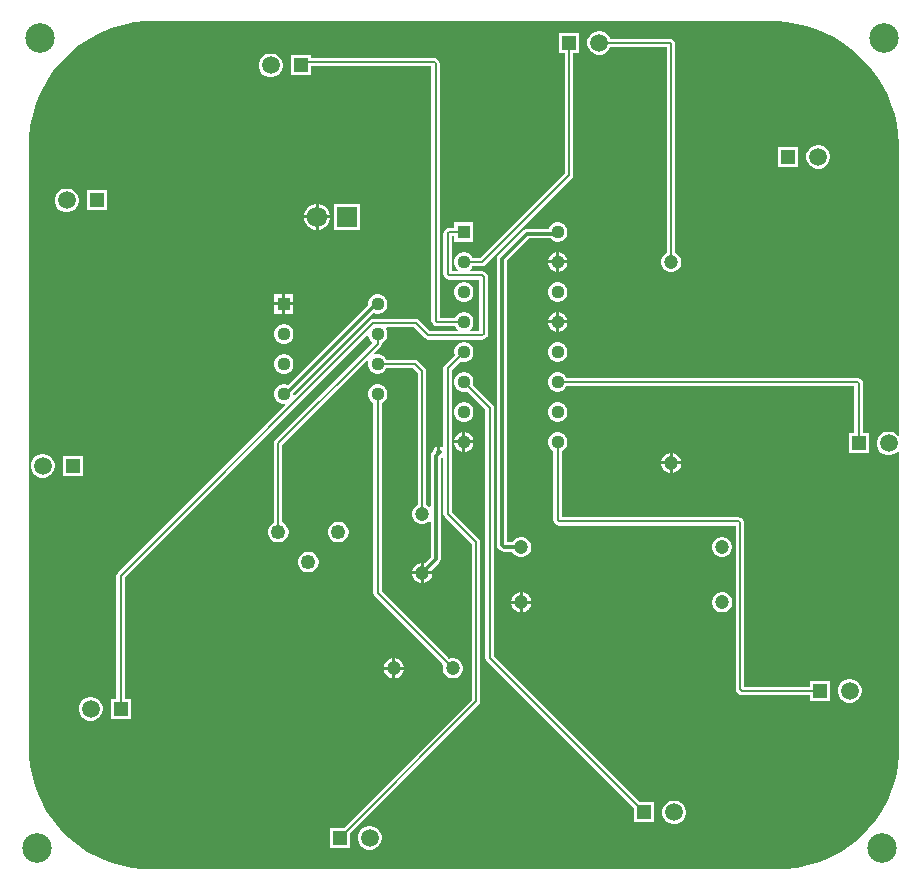
<source format=gbl>
G04*
G04 #@! TF.GenerationSoftware,Altium Limited,Altium Designer,23.1.1 (15)*
G04*
G04 Layer_Physical_Order=2*
G04 Layer_Color=16711680*
%FSLAX44Y44*%
%MOMM*%
G71*
G04*
G04 #@! TF.SameCoordinates,17E3469B-790B-4AC7-9BA7-D2CD019F83CE*
G04*
G04*
G04 #@! TF.FilePolarity,Positive*
G04*
G01*
G75*
%ADD11C,0.2000*%
%ADD25C,0.3000*%
%ADD26C,1.2000*%
%ADD27C,1.5000*%
%ADD28R,1.2000X1.2000*%
%ADD29R,1.1300X1.1300*%
%ADD30C,1.1300*%
%ADD31R,1.7250X1.7250*%
%ADD32C,1.7250*%
%ADD33C,1.2500*%
%ADD34C,2.5000*%
%ADD35C,0.5000*%
G36*
X115062Y712978D02*
X639318Y712978D01*
X639318Y712978D01*
X639318Y712978D01*
X643559Y712978D01*
X652016Y712312D01*
X660394Y710985D01*
X668643Y709005D01*
X676710Y706384D01*
X684547Y703138D01*
X692105Y699287D01*
X699338Y694855D01*
X706201Y689868D01*
X712651Y684359D01*
X718649Y678361D01*
X724158Y671911D01*
X729145Y665048D01*
X733577Y657815D01*
X737428Y650257D01*
X740674Y642420D01*
X743295Y634353D01*
X745275Y626104D01*
X746602Y617726D01*
X747268Y609269D01*
X747268Y605028D01*
Y362648D01*
X745998Y362122D01*
X744518Y363602D01*
X742238Y364919D01*
X739695Y365600D01*
X737061D01*
X734518Y364919D01*
X732238Y363602D01*
X730376Y361740D01*
X729060Y359460D01*
X728378Y356917D01*
Y354283D01*
X729060Y351740D01*
X730376Y349460D01*
X732238Y347598D01*
X734518Y346282D01*
X737061Y345600D01*
X739695D01*
X742238Y346282D01*
X744518Y347598D01*
X745998Y349078D01*
X747268Y348552D01*
Y97028D01*
X747268Y97028D01*
X747268Y92037D01*
X746289Y82102D01*
X744342Y72311D01*
X741444Y62759D01*
X737624Y53536D01*
X732918Y44732D01*
X727372Y36432D01*
X721039Y28715D01*
X713981Y21656D01*
X706264Y15324D01*
X697964Y9778D01*
X689160Y5072D01*
X679937Y1252D01*
X670385Y-1646D01*
X660594Y-3594D01*
X650659Y-4572D01*
X645668D01*
X112268Y-4572D01*
X107276Y-4572D01*
X97342Y-3593D01*
X87551Y-1646D01*
X77998Y1252D01*
X68776Y5072D01*
X59972Y9778D01*
X51672Y15324D01*
X43955Y21657D01*
X36896Y28715D01*
X30563Y36432D01*
X25017Y44732D01*
X20312Y53536D01*
X16492Y62759D01*
X13594Y72312D01*
X11646Y82102D01*
X10668Y92037D01*
X10668Y97028D01*
Y608584D01*
X10668Y613712D01*
X11673Y623920D01*
X13674Y633980D01*
X16652Y643796D01*
X20577Y653272D01*
X25412Y662318D01*
X31110Y670847D01*
X37617Y678775D01*
X44870Y686028D01*
X52799Y692535D01*
X61328Y698234D01*
X70374Y703069D01*
X79850Y706994D01*
X89665Y709972D01*
X99726Y711973D01*
X109933Y712978D01*
X115062Y712978D01*
D02*
G37*
%LPC*%
G36*
X216455Y685640D02*
X213822D01*
X211278Y684958D01*
X208998Y683642D01*
X207136Y681780D01*
X205819Y679500D01*
X205138Y676956D01*
Y674324D01*
X205819Y671780D01*
X207136Y669500D01*
X208998Y667638D01*
X211278Y666321D01*
X213822Y665640D01*
X216455D01*
X218998Y666321D01*
X221278Y667638D01*
X223140Y669500D01*
X224457Y671780D01*
X225138Y674324D01*
Y676956D01*
X224457Y679500D01*
X223140Y681780D01*
X221278Y683642D01*
X218998Y684958D01*
X216455Y685640D01*
D02*
G37*
G36*
X661788Y606670D02*
X644788D01*
Y589670D01*
X661788D01*
Y606670D01*
D02*
G37*
G36*
X680005Y608170D02*
X677372D01*
X674828Y607489D01*
X672548Y606172D01*
X670686Y604310D01*
X669370Y602030D01*
X668688Y599487D01*
Y596853D01*
X669370Y594310D01*
X670686Y592030D01*
X672548Y590168D01*
X674828Y588852D01*
X677372Y588170D01*
X680005D01*
X682548Y588852D01*
X684828Y590168D01*
X686690Y592030D01*
X688007Y594310D01*
X688688Y596853D01*
Y599487D01*
X688007Y602030D01*
X686690Y604310D01*
X684828Y606172D01*
X682548Y607489D01*
X680005Y608170D01*
D02*
G37*
G36*
X76318Y569840D02*
X59318D01*
Y552840D01*
X76318D01*
Y569840D01*
D02*
G37*
G36*
X43734Y571340D02*
X41101D01*
X38558Y570658D01*
X36278Y569342D01*
X34416Y567480D01*
X33100Y565200D01*
X32418Y562657D01*
Y560023D01*
X33100Y557480D01*
X34416Y555200D01*
X36278Y553338D01*
X38558Y552021D01*
X41101Y551340D01*
X43734D01*
X46278Y552021D01*
X48558Y553338D01*
X50420Y555200D01*
X51736Y557480D01*
X52418Y560023D01*
Y562657D01*
X51736Y565200D01*
X50420Y567480D01*
X48558Y569342D01*
X46278Y570658D01*
X43734Y571340D01*
D02*
G37*
G36*
X255978Y558535D02*
X255778D01*
Y548640D01*
X265673D01*
Y548840D01*
X264912Y551679D01*
X263442Y554226D01*
X261364Y556304D01*
X258818Y557774D01*
X255978Y558535D01*
D02*
G37*
G36*
X253238D02*
X253038D01*
X250198Y557774D01*
X247652Y556304D01*
X245574Y554226D01*
X244104Y551679D01*
X243343Y548840D01*
Y548640D01*
X253238D01*
Y558535D01*
D02*
G37*
G36*
X291033Y558495D02*
X268783D01*
Y536245D01*
X291033D01*
Y558495D01*
D02*
G37*
G36*
X265673Y546100D02*
X255778D01*
Y536205D01*
X255978D01*
X258818Y536966D01*
X261364Y538436D01*
X263442Y540514D01*
X264912Y543060D01*
X265673Y545900D01*
Y546100D01*
D02*
G37*
G36*
X253238D02*
X243343D01*
Y545900D01*
X244104Y543060D01*
X245574Y540514D01*
X247652Y538436D01*
X250198Y536966D01*
X253038Y536205D01*
X253238D01*
Y546100D01*
D02*
G37*
G36*
X459111Y542820D02*
X456965D01*
X454892Y542265D01*
X453034Y541192D01*
X451516Y539674D01*
X450443Y537816D01*
X450299Y537276D01*
X432106D01*
X430545Y536966D01*
X429222Y536082D01*
X429222Y536082D01*
X407834Y514694D01*
X406950Y513371D01*
X406640Y511810D01*
X406640Y511810D01*
Y269727D01*
X406640Y269727D01*
X406950Y268167D01*
X407834Y266843D01*
X409591Y265086D01*
X409591Y265086D01*
X410915Y264202D01*
X412475Y263892D01*
X412476Y263892D01*
X419768D01*
X420426Y262751D01*
X422009Y261168D01*
X423947Y260049D01*
X426109Y259470D01*
X428347D01*
X430509Y260049D01*
X432447Y261168D01*
X434030Y262751D01*
X435149Y264689D01*
X435728Y266851D01*
Y269089D01*
X435149Y271251D01*
X434030Y273189D01*
X432447Y274772D01*
X430509Y275891D01*
X428347Y276470D01*
X426109D01*
X423947Y275891D01*
X422009Y274772D01*
X420426Y273189D01*
X419768Y272048D01*
X414796D01*
Y510121D01*
X433795Y529119D01*
X452063D01*
X453034Y528148D01*
X454892Y527075D01*
X456965Y526520D01*
X459111D01*
X461184Y527075D01*
X463042Y528148D01*
X464560Y529666D01*
X465633Y531524D01*
X466188Y533597D01*
Y535743D01*
X465633Y537816D01*
X464560Y539674D01*
X463042Y541192D01*
X461184Y542265D01*
X459111Y542820D01*
D02*
G37*
G36*
X476368Y703190D02*
X459368D01*
Y686190D01*
X464299D01*
Y584408D01*
X392730Y512839D01*
X385989D01*
X385160Y514274D01*
X383642Y515792D01*
X381784Y516865D01*
X379711Y517420D01*
X377565D01*
X375492Y516865D01*
X373634Y515792D01*
X372116Y514274D01*
X371043Y512416D01*
X370488Y510343D01*
Y508197D01*
X371043Y506124D01*
X372116Y504266D01*
X373634Y502748D01*
X373755Y502679D01*
X373414Y501409D01*
X368567D01*
Y531101D01*
X370488D01*
Y526520D01*
X386788D01*
Y542820D01*
X370488D01*
Y538239D01*
X366170D01*
X364804Y537967D01*
X363646Y537193D01*
X362475Y536022D01*
X361701Y534864D01*
X361429Y533498D01*
Y499012D01*
X361701Y497646D01*
X362475Y496488D01*
X363646Y495317D01*
X364804Y494543D01*
X366170Y494271D01*
X391909D01*
Y450608D01*
X383862D01*
X383521Y451879D01*
X383642Y451948D01*
X385160Y453466D01*
X386233Y455324D01*
X386788Y457397D01*
Y459543D01*
X386233Y461616D01*
X385160Y463474D01*
X383642Y464992D01*
X381784Y466065D01*
X379711Y466620D01*
X377565D01*
X375492Y466065D01*
X373634Y464992D01*
X372116Y463474D01*
X371287Y462039D01*
X358239D01*
Y677355D01*
X357967Y678721D01*
X357194Y679878D01*
X356022Y681050D01*
X354865Y681824D01*
X353499Y682095D01*
X249038D01*
Y684140D01*
X232038D01*
Y667140D01*
X249038D01*
Y674958D01*
X351102D01*
Y459642D01*
X351373Y458276D01*
X352147Y457118D01*
X353319Y455947D01*
X354476Y455173D01*
X355842Y454901D01*
X371287D01*
X372116Y453466D01*
X373634Y451948D01*
X373755Y451879D01*
X373414Y450608D01*
X349966D01*
X340591Y459983D01*
X339434Y460757D01*
X338068Y461029D01*
X301848D01*
X300482Y460757D01*
X299325Y459983D01*
X235573Y396232D01*
X234388Y396843D01*
Y398292D01*
X302314Y466218D01*
X302492Y466115D01*
X304565Y465560D01*
X306711D01*
X308784Y466115D01*
X310642Y467188D01*
X312160Y468706D01*
X313233Y470564D01*
X313788Y472637D01*
Y474783D01*
X313233Y476856D01*
X312160Y478714D01*
X310642Y480232D01*
X308784Y481305D01*
X306711Y481860D01*
X304565D01*
X302492Y481305D01*
X300634Y480232D01*
X299116Y478714D01*
X298043Y476856D01*
X297488Y474783D01*
Y472928D01*
X229562Y405002D01*
X229384Y405105D01*
X227311Y405660D01*
X225165D01*
X223092Y405105D01*
X221234Y404032D01*
X219716Y402514D01*
X218643Y400656D01*
X218088Y398583D01*
Y396437D01*
X218643Y394364D01*
X219716Y392506D01*
X221234Y390988D01*
X223092Y389915D01*
X225165Y389360D01*
X226905D01*
X227516Y388175D01*
X85615Y246273D01*
X84841Y245116D01*
X84569Y243750D01*
Y139310D01*
X79638D01*
Y122310D01*
X96638D01*
Y139310D01*
X91707D01*
Y242272D01*
X296278Y446844D01*
X297695Y446464D01*
X298043Y445164D01*
X299116Y443306D01*
X300634Y441788D01*
X300996Y441579D01*
X301161Y440320D01*
X218965Y358123D01*
X218191Y356966D01*
X217919Y355600D01*
Y288713D01*
X216115Y287672D01*
X214486Y286043D01*
X213334Y284047D01*
X212738Y281822D01*
Y279518D01*
X213334Y277293D01*
X214486Y275297D01*
X216115Y273668D01*
X218111Y272516D01*
X220336Y271920D01*
X222640D01*
X224865Y272516D01*
X226861Y273668D01*
X228490Y275297D01*
X229642Y277293D01*
X230238Y279518D01*
Y281822D01*
X229642Y284047D01*
X228490Y286043D01*
X226861Y287672D01*
X225057Y288713D01*
Y354122D01*
X296633Y425698D01*
X297771Y425041D01*
X297488Y423983D01*
Y421837D01*
X298043Y419764D01*
X299116Y417906D01*
X300634Y416388D01*
X302492Y415315D01*
X304565Y414760D01*
X306711D01*
X308784Y415315D01*
X310642Y416388D01*
X312160Y417906D01*
X312988Y419341D01*
X335580D01*
X339839Y415082D01*
Y303665D01*
X338189Y302712D01*
X336606Y301129D01*
X335487Y299191D01*
X334908Y297029D01*
Y294791D01*
X335487Y292629D01*
X336606Y290691D01*
X338189Y289108D01*
X340127Y287989D01*
X342289Y287410D01*
X344527D01*
X346689Y287989D01*
X348627Y289108D01*
X349490Y289971D01*
X350760Y289445D01*
Y259029D01*
X345832Y254102D01*
X344678Y254411D01*
Y247180D01*
X351909D01*
X351600Y248334D01*
X357722Y254456D01*
X358606Y255779D01*
X358916Y257340D01*
Y343162D01*
X360233Y343707D01*
X360246Y343721D01*
X361419Y343234D01*
Y295929D01*
X361691Y294564D01*
X362465Y293406D01*
X385559Y270311D01*
Y138638D01*
X277011Y30090D01*
X265058D01*
Y13090D01*
X282058D01*
Y25043D01*
X391651Y134637D01*
X392425Y135794D01*
X392697Y137160D01*
Y271789D01*
X392425Y273155D01*
X391651Y274313D01*
X368557Y297407D01*
Y417942D01*
X375964Y425349D01*
X377565Y424920D01*
X379711D01*
X381784Y425475D01*
X383642Y426548D01*
X385160Y428066D01*
X386233Y429924D01*
X386788Y431997D01*
Y434143D01*
X386233Y436216D01*
X385160Y438074D01*
X383642Y439592D01*
X381784Y440665D01*
X379711Y441220D01*
X377565D01*
X375492Y440665D01*
X373634Y439592D01*
X372116Y438074D01*
X371043Y436216D01*
X370488Y434143D01*
Y431997D01*
X370917Y430396D01*
X362465Y421943D01*
X361691Y420786D01*
X361419Y419420D01*
Y352725D01*
X360246Y352239D01*
X360233Y352253D01*
X358648Y352909D01*
Y347980D01*
X356108D01*
Y352909D01*
X354523Y352253D01*
X353105Y350835D01*
X352338Y348983D01*
Y348490D01*
X351954Y348106D01*
X351070Y346783D01*
X350760Y345223D01*
X350760Y345223D01*
Y302375D01*
X349490Y301849D01*
X348627Y302712D01*
X346977Y303665D01*
Y416560D01*
X346705Y417926D01*
X345931Y419083D01*
X339581Y425433D01*
X338424Y426207D01*
X337058Y426479D01*
X312988D01*
X312160Y427914D01*
X310642Y429432D01*
X308784Y430505D01*
X306711Y431060D01*
X304565D01*
X303507Y430777D01*
X302850Y431915D01*
X308161Y437227D01*
X308935Y438384D01*
X309207Y439750D01*
Y440960D01*
X310642Y441788D01*
X312160Y443306D01*
X313233Y445164D01*
X313788Y447237D01*
Y449383D01*
X313233Y451456D01*
X312560Y452621D01*
X313293Y453891D01*
X336590D01*
X345965Y444517D01*
X347122Y443743D01*
X348488Y443471D01*
X394306D01*
X395672Y443743D01*
X396830Y444517D01*
X398001Y445688D01*
X398775Y446846D01*
X399047Y448212D01*
Y496668D01*
X398775Y498034D01*
X398001Y499192D01*
X396830Y500363D01*
X395672Y501137D01*
X394306Y501409D01*
X383862D01*
X383521Y502679D01*
X383642Y502748D01*
X385160Y504266D01*
X385989Y505701D01*
X394208D01*
X395574Y505973D01*
X396731Y506747D01*
X470391Y580407D01*
X471165Y581564D01*
X471437Y582930D01*
Y686190D01*
X476368D01*
Y703190D01*
D02*
G37*
G36*
X459308Y517409D02*
Y510540D01*
X466177D01*
X465670Y512431D01*
X464592Y514299D01*
X463067Y515824D01*
X461199Y516902D01*
X459308Y517409D01*
D02*
G37*
G36*
X456768D02*
X454877Y516902D01*
X453009Y515824D01*
X451484Y514299D01*
X450406Y512431D01*
X449899Y510540D01*
X456768D01*
Y517409D01*
D02*
G37*
G36*
X466177Y508000D02*
X459308D01*
Y501131D01*
X461199Y501638D01*
X463067Y502716D01*
X464592Y504241D01*
X465670Y506109D01*
X466177Y508000D01*
D02*
G37*
G36*
X456768D02*
X449899D01*
X450406Y506109D01*
X451484Y504241D01*
X453009Y502716D01*
X454877Y501638D01*
X456768Y501131D01*
Y508000D01*
D02*
G37*
G36*
X494585Y704690D02*
X491951D01*
X489408Y704008D01*
X487128Y702692D01*
X485266Y700830D01*
X483950Y698550D01*
X483268Y696006D01*
Y693373D01*
X483950Y690830D01*
X485266Y688550D01*
X487128Y686688D01*
X489408Y685371D01*
X491951Y684690D01*
X494585D01*
X497128Y685371D01*
X499408Y686688D01*
X501270Y688550D01*
X502587Y690830D01*
X502665Y691121D01*
X550659D01*
Y516845D01*
X549009Y515892D01*
X547426Y514309D01*
X546307Y512371D01*
X545728Y510209D01*
Y507971D01*
X546307Y505809D01*
X547426Y503871D01*
X549009Y502288D01*
X550947Y501169D01*
X553109Y500590D01*
X555347D01*
X557509Y501169D01*
X559447Y502288D01*
X561030Y503871D01*
X562149Y505809D01*
X562728Y507971D01*
Y510209D01*
X562149Y512371D01*
X561030Y514309D01*
X559447Y515892D01*
X557797Y516845D01*
Y693518D01*
X557525Y694884D01*
X556751Y696042D01*
X555580Y697213D01*
X554422Y697987D01*
X553056Y698259D01*
X502665D01*
X502587Y698550D01*
X501270Y700830D01*
X499408Y702692D01*
X497128Y704008D01*
X494585Y704690D01*
D02*
G37*
G36*
X459111Y492020D02*
X456965D01*
X454892Y491465D01*
X453034Y490392D01*
X451516Y488874D01*
X450443Y487016D01*
X449888Y484943D01*
Y482797D01*
X450443Y480724D01*
X451516Y478866D01*
X453034Y477348D01*
X454892Y476275D01*
X456965Y475720D01*
X459111D01*
X461184Y476275D01*
X463042Y477348D01*
X464560Y478866D01*
X465633Y480724D01*
X466188Y482797D01*
Y484943D01*
X465633Y487016D01*
X464560Y488874D01*
X463042Y490392D01*
X461184Y491465D01*
X459111Y492020D01*
D02*
G37*
G36*
X379711D02*
X377565D01*
X375492Y491465D01*
X373634Y490392D01*
X372116Y488874D01*
X371043Y487016D01*
X370488Y484943D01*
Y482797D01*
X371043Y480724D01*
X372116Y478866D01*
X373634Y477348D01*
X375492Y476275D01*
X377565Y475720D01*
X379711D01*
X381784Y476275D01*
X383642Y477348D01*
X385160Y478866D01*
X386233Y480724D01*
X386788Y482797D01*
Y484943D01*
X386233Y487016D01*
X385160Y488874D01*
X383642Y490392D01*
X381784Y491465D01*
X379711Y492020D01*
D02*
G37*
G36*
X234428Y481900D02*
X227508D01*
Y474980D01*
X234428D01*
Y481900D01*
D02*
G37*
G36*
X224968D02*
X218048D01*
Y474980D01*
X224968D01*
Y481900D01*
D02*
G37*
G36*
X234428Y472440D02*
X227508D01*
Y465520D01*
X234428D01*
Y472440D01*
D02*
G37*
G36*
X224968D02*
X218048D01*
Y465520D01*
X224968D01*
Y472440D01*
D02*
G37*
G36*
X459308Y466609D02*
Y459740D01*
X466177D01*
X465670Y461631D01*
X464592Y463499D01*
X463067Y465024D01*
X461199Y466102D01*
X459308Y466609D01*
D02*
G37*
G36*
X456768D02*
X454877Y466102D01*
X453009Y465024D01*
X451484Y463499D01*
X450406Y461631D01*
X449899Y459740D01*
X456768D01*
Y466609D01*
D02*
G37*
G36*
X466177Y457200D02*
X459308D01*
Y450331D01*
X461199Y450838D01*
X463067Y451916D01*
X464592Y453441D01*
X465670Y455309D01*
X466177Y457200D01*
D02*
G37*
G36*
X456768D02*
X449899D01*
X450406Y455309D01*
X451484Y453441D01*
X453009Y451916D01*
X454877Y450838D01*
X456768Y450331D01*
Y457200D01*
D02*
G37*
G36*
X227311Y456460D02*
X225165D01*
X223092Y455905D01*
X221234Y454832D01*
X219716Y453314D01*
X218643Y451456D01*
X218088Y449383D01*
Y447237D01*
X218643Y445164D01*
X219716Y443306D01*
X221234Y441788D01*
X223092Y440715D01*
X225165Y440160D01*
X227311D01*
X229384Y440715D01*
X231242Y441788D01*
X232760Y443306D01*
X233833Y445164D01*
X234388Y447237D01*
Y449383D01*
X233833Y451456D01*
X232760Y453314D01*
X231242Y454832D01*
X229384Y455905D01*
X227311Y456460D01*
D02*
G37*
G36*
X459111Y441220D02*
X456965D01*
X454892Y440665D01*
X453034Y439592D01*
X451516Y438074D01*
X450443Y436216D01*
X449888Y434143D01*
Y431997D01*
X450443Y429924D01*
X451516Y428066D01*
X453034Y426548D01*
X454892Y425475D01*
X456965Y424920D01*
X459111D01*
X461184Y425475D01*
X463042Y426548D01*
X464560Y428066D01*
X465633Y429924D01*
X466188Y431997D01*
Y434143D01*
X465633Y436216D01*
X464560Y438074D01*
X463042Y439592D01*
X461184Y440665D01*
X459111Y441220D01*
D02*
G37*
G36*
X227311Y431060D02*
X225165D01*
X223092Y430505D01*
X221234Y429432D01*
X219716Y427914D01*
X218643Y426056D01*
X218088Y423983D01*
Y421837D01*
X218643Y419764D01*
X219716Y417906D01*
X221234Y416388D01*
X223092Y415315D01*
X225165Y414760D01*
X227311D01*
X229384Y415315D01*
X231242Y416388D01*
X232760Y417906D01*
X233833Y419764D01*
X234388Y421837D01*
Y423983D01*
X233833Y426056D01*
X232760Y427914D01*
X231242Y429432D01*
X229384Y430505D01*
X227311Y431060D01*
D02*
G37*
G36*
X459111Y390420D02*
X456965D01*
X454892Y389865D01*
X453034Y388792D01*
X451516Y387274D01*
X450443Y385416D01*
X449888Y383343D01*
Y381197D01*
X450443Y379124D01*
X451516Y377266D01*
X453034Y375748D01*
X454892Y374675D01*
X456965Y374120D01*
X459111D01*
X461184Y374675D01*
X463042Y375748D01*
X464560Y377266D01*
X465633Y379124D01*
X466188Y381197D01*
Y383343D01*
X465633Y385416D01*
X464560Y387274D01*
X463042Y388792D01*
X461184Y389865D01*
X459111Y390420D01*
D02*
G37*
G36*
X379711D02*
X377565D01*
X375492Y389865D01*
X373634Y388792D01*
X372116Y387274D01*
X371043Y385416D01*
X370488Y383343D01*
Y381197D01*
X371043Y379124D01*
X372116Y377266D01*
X373634Y375748D01*
X375492Y374675D01*
X377565Y374120D01*
X379711D01*
X381784Y374675D01*
X383642Y375748D01*
X385160Y377266D01*
X386233Y379124D01*
X386788Y381197D01*
Y383343D01*
X386233Y385416D01*
X385160Y387274D01*
X383642Y388792D01*
X381784Y389865D01*
X379711Y390420D01*
D02*
G37*
G36*
X379908Y365009D02*
Y358140D01*
X386777D01*
X386270Y360031D01*
X385192Y361899D01*
X383667Y363424D01*
X381799Y364502D01*
X379908Y365009D01*
D02*
G37*
G36*
X377368D02*
X375477Y364502D01*
X373609Y363424D01*
X372084Y361899D01*
X371006Y360031D01*
X370499Y358140D01*
X377368D01*
Y365009D01*
D02*
G37*
G36*
X386777Y355600D02*
X379908D01*
Y348731D01*
X381799Y349238D01*
X383667Y350316D01*
X385192Y351841D01*
X386270Y353709D01*
X386777Y355600D01*
D02*
G37*
G36*
X377368D02*
X370499D01*
X371006Y353709D01*
X372084Y351841D01*
X373609Y350316D01*
X375477Y349238D01*
X377368Y348731D01*
Y355600D01*
D02*
G37*
G36*
X459111Y415820D02*
X456965D01*
X454892Y415265D01*
X453034Y414192D01*
X451516Y412674D01*
X450443Y410816D01*
X449888Y408743D01*
Y406597D01*
X450443Y404524D01*
X451516Y402666D01*
X453034Y401148D01*
X454892Y400075D01*
X456965Y399520D01*
X459111D01*
X461184Y400075D01*
X463042Y401148D01*
X464560Y402666D01*
X465388Y404101D01*
X709409D01*
Y364100D01*
X704478D01*
Y347100D01*
X721478D01*
Y364100D01*
X716547D01*
Y406498D01*
X716275Y407864D01*
X715501Y409022D01*
X714330Y410193D01*
X713172Y410967D01*
X711806Y411239D01*
X465388D01*
X464560Y412674D01*
X463042Y414192D01*
X461184Y415265D01*
X459111Y415820D01*
D02*
G37*
G36*
X555498Y347591D02*
Y340360D01*
X562729D01*
X562186Y342386D01*
X561062Y344334D01*
X559472Y345924D01*
X557524Y347048D01*
X555498Y347591D01*
D02*
G37*
G36*
X552958D02*
X550932Y347048D01*
X548984Y345924D01*
X547394Y344334D01*
X546270Y342386D01*
X545727Y340360D01*
X552958D01*
Y347591D01*
D02*
G37*
G36*
X562729Y337820D02*
X555498D01*
Y330589D01*
X557524Y331132D01*
X559472Y332256D01*
X561062Y333846D01*
X562186Y335794D01*
X562729Y337820D01*
D02*
G37*
G36*
X552958D02*
X545727D01*
X546270Y335794D01*
X547394Y333846D01*
X548984Y332256D01*
X550932Y331132D01*
X552958Y330589D01*
Y337820D01*
D02*
G37*
G36*
X55998Y345050D02*
X38998D01*
Y328050D01*
X55998D01*
Y345050D01*
D02*
G37*
G36*
X23414Y346550D02*
X20782D01*
X18238Y345868D01*
X15958Y344552D01*
X14096Y342690D01*
X12780Y340410D01*
X12098Y337867D01*
Y335233D01*
X12780Y332690D01*
X14096Y330410D01*
X15958Y328548D01*
X18238Y327231D01*
X20782Y326550D01*
X23414D01*
X25958Y327231D01*
X28238Y328548D01*
X30100Y330410D01*
X31416Y332690D01*
X32098Y335233D01*
Y337867D01*
X31416Y340410D01*
X30100Y342690D01*
X28238Y344552D01*
X25958Y345868D01*
X23414Y346550D01*
D02*
G37*
G36*
X273440Y289420D02*
X271136D01*
X268911Y288824D01*
X266915Y287672D01*
X265286Y286043D01*
X264134Y284047D01*
X263538Y281822D01*
Y279518D01*
X264134Y277293D01*
X265286Y275297D01*
X266915Y273668D01*
X268911Y272516D01*
X271136Y271920D01*
X273440D01*
X275665Y272516D01*
X277661Y273668D01*
X279290Y275297D01*
X280442Y277293D01*
X281038Y279518D01*
Y281822D01*
X280442Y284047D01*
X279290Y286043D01*
X277661Y287672D01*
X275665Y288824D01*
X273440Y289420D01*
D02*
G37*
G36*
X598347Y276470D02*
X596109D01*
X593947Y275891D01*
X592009Y274772D01*
X590426Y273189D01*
X589307Y271251D01*
X588728Y269089D01*
Y266851D01*
X589307Y264689D01*
X590426Y262751D01*
X592009Y261168D01*
X593947Y260049D01*
X596109Y259470D01*
X598347D01*
X600509Y260049D01*
X602447Y261168D01*
X604030Y262751D01*
X605149Y264689D01*
X605728Y266851D01*
Y269089D01*
X605149Y271251D01*
X604030Y273189D01*
X602447Y274772D01*
X600509Y275891D01*
X598347Y276470D01*
D02*
G37*
G36*
X342138Y254411D02*
X340112Y253868D01*
X338164Y252744D01*
X336574Y251154D01*
X335450Y249206D01*
X334907Y247180D01*
X342138D01*
Y254411D01*
D02*
G37*
G36*
X248040Y264020D02*
X245736D01*
X243511Y263424D01*
X241515Y262272D01*
X239886Y260643D01*
X238734Y258647D01*
X238138Y256422D01*
Y254118D01*
X238734Y251893D01*
X239886Y249897D01*
X241515Y248268D01*
X243511Y247116D01*
X245736Y246520D01*
X248040D01*
X250265Y247116D01*
X252261Y248268D01*
X253890Y249897D01*
X255042Y251893D01*
X255638Y254118D01*
Y256422D01*
X255042Y258647D01*
X253890Y260643D01*
X252261Y262272D01*
X250265Y263424D01*
X248040Y264020D01*
D02*
G37*
G36*
X351909Y244640D02*
X344678D01*
Y237409D01*
X346704Y237952D01*
X348652Y239076D01*
X350242Y240666D01*
X351366Y242614D01*
X351909Y244640D01*
D02*
G37*
G36*
X342138D02*
X334907D01*
X335450Y242614D01*
X336574Y240666D01*
X338164Y239076D01*
X340112Y237952D01*
X342138Y237409D01*
Y244640D01*
D02*
G37*
G36*
X428678Y229481D02*
Y222250D01*
X435909D01*
X435366Y224276D01*
X434242Y226224D01*
X432652Y227814D01*
X430704Y228938D01*
X428678Y229481D01*
D02*
G37*
G36*
X426138D02*
X424112Y228938D01*
X422164Y227814D01*
X420574Y226224D01*
X419450Y224276D01*
X418907Y222250D01*
X426138D01*
Y229481D01*
D02*
G37*
G36*
X598527Y229480D02*
X596289D01*
X594127Y228901D01*
X592189Y227782D01*
X590606Y226199D01*
X589487Y224261D01*
X588908Y222099D01*
Y219861D01*
X589487Y217699D01*
X590606Y215761D01*
X592189Y214178D01*
X594127Y213059D01*
X596289Y212480D01*
X598527D01*
X600689Y213059D01*
X602627Y214178D01*
X604210Y215761D01*
X605329Y217699D01*
X605908Y219861D01*
Y222099D01*
X605329Y224261D01*
X604210Y226199D01*
X602627Y227782D01*
X600689Y228901D01*
X598527Y229480D01*
D02*
G37*
G36*
X435909Y219710D02*
X428678D01*
Y212479D01*
X430704Y213022D01*
X432652Y214146D01*
X434242Y215736D01*
X435366Y217684D01*
X435909Y219710D01*
D02*
G37*
G36*
X426138D02*
X418907D01*
X419450Y217684D01*
X420574Y215736D01*
X422164Y214146D01*
X424112Y213022D01*
X426138Y212479D01*
Y219710D01*
D02*
G37*
G36*
X320548Y173601D02*
Y166370D01*
X327779D01*
X327236Y168396D01*
X326112Y170344D01*
X324522Y171934D01*
X322574Y173058D01*
X320548Y173601D01*
D02*
G37*
G36*
X318008D02*
X315982Y173058D01*
X314034Y171934D01*
X312444Y170344D01*
X311320Y168396D01*
X310777Y166370D01*
X318008D01*
Y173601D01*
D02*
G37*
G36*
X306711Y405660D02*
X304565D01*
X302492Y405105D01*
X300634Y404032D01*
X299116Y402514D01*
X298043Y400656D01*
X297488Y398583D01*
Y396437D01*
X298043Y394364D01*
X299116Y392506D01*
X300634Y390988D01*
X302069Y390159D01*
Y228740D01*
X302341Y227374D01*
X303115Y226217D01*
X361271Y168060D01*
X360778Y166219D01*
Y163981D01*
X361357Y161819D01*
X362476Y159881D01*
X364059Y158298D01*
X365997Y157179D01*
X368159Y156600D01*
X370397D01*
X372559Y157179D01*
X374497Y158298D01*
X376080Y159881D01*
X377199Y161819D01*
X377778Y163981D01*
Y166219D01*
X377199Y168381D01*
X376080Y170319D01*
X374497Y171902D01*
X372559Y173021D01*
X370397Y173600D01*
X368159D01*
X366318Y173107D01*
X309207Y230218D01*
Y390159D01*
X310642Y390988D01*
X312160Y392506D01*
X313233Y394364D01*
X313788Y396437D01*
Y398583D01*
X313233Y400656D01*
X312160Y402514D01*
X310642Y404032D01*
X308784Y405105D01*
X306711Y405660D01*
D02*
G37*
G36*
X327779Y163830D02*
X320548D01*
Y156599D01*
X322574Y157142D01*
X324522Y158266D01*
X326112Y159856D01*
X327236Y161804D01*
X327779Y163830D01*
D02*
G37*
G36*
X318008D02*
X310777D01*
X311320Y161804D01*
X312444Y159856D01*
X314034Y158266D01*
X315982Y157142D01*
X318008Y156599D01*
Y163830D01*
D02*
G37*
G36*
X459111Y365020D02*
X456965D01*
X454892Y364465D01*
X453034Y363392D01*
X451516Y361874D01*
X450443Y360016D01*
X449888Y357943D01*
Y355797D01*
X450443Y353724D01*
X451516Y351866D01*
X453034Y350348D01*
X454469Y349520D01*
Y290732D01*
X454741Y289366D01*
X455515Y288208D01*
X456686Y287037D01*
X457844Y286263D01*
X459210Y285991D01*
X609079D01*
Y147320D01*
X609351Y145954D01*
X610125Y144797D01*
X611395Y143527D01*
X612552Y142753D01*
X613918Y142481D01*
X671458D01*
Y137550D01*
X688458D01*
Y154550D01*
X671458D01*
Y149619D01*
X616217D01*
Y288388D01*
X615945Y289754D01*
X615171Y290912D01*
X614000Y292083D01*
X612842Y292857D01*
X611476Y293129D01*
X461607D01*
Y349520D01*
X463042Y350348D01*
X464560Y351866D01*
X465633Y353724D01*
X466188Y355797D01*
Y357943D01*
X465633Y360016D01*
X464560Y361874D01*
X463042Y363392D01*
X461184Y364465D01*
X459111Y365020D01*
D02*
G37*
G36*
X706674Y156050D02*
X704042D01*
X701498Y155368D01*
X699218Y154052D01*
X697356Y152190D01*
X696040Y149910D01*
X695358Y147367D01*
Y144733D01*
X696040Y142190D01*
X697356Y139910D01*
X699218Y138048D01*
X701498Y136732D01*
X704042Y136050D01*
X706674D01*
X709218Y136732D01*
X711498Y138048D01*
X713360Y139910D01*
X714677Y142190D01*
X715358Y144733D01*
Y147367D01*
X714677Y149910D01*
X713360Y152190D01*
X711498Y154052D01*
X709218Y155368D01*
X706674Y156050D01*
D02*
G37*
G36*
X64054Y140810D02*
X61421D01*
X58878Y140128D01*
X56598Y138812D01*
X54736Y136950D01*
X53419Y134670D01*
X52738Y132127D01*
Y129494D01*
X53419Y126950D01*
X54736Y124670D01*
X56598Y122808D01*
X58878Y121491D01*
X61421Y120810D01*
X64054D01*
X66598Y121491D01*
X68878Y122808D01*
X70740Y124670D01*
X72056Y126950D01*
X72738Y129494D01*
Y132127D01*
X72056Y134670D01*
X70740Y136950D01*
X68878Y138812D01*
X66598Y140128D01*
X64054Y140810D01*
D02*
G37*
G36*
X379711Y415820D02*
X377565D01*
X375492Y415265D01*
X373634Y414192D01*
X372116Y412674D01*
X371043Y410816D01*
X370488Y408743D01*
Y406597D01*
X371043Y404524D01*
X372116Y402666D01*
X373634Y401148D01*
X375492Y400075D01*
X377565Y399520D01*
X379711D01*
X381312Y399949D01*
X396989Y384272D01*
Y173990D01*
X397261Y172624D01*
X398035Y171467D01*
X522868Y46633D01*
Y34680D01*
X539868D01*
Y51680D01*
X527915D01*
X404127Y175468D01*
Y385750D01*
X403855Y387116D01*
X403081Y388273D01*
X386359Y404996D01*
X386788Y406597D01*
Y408743D01*
X386233Y410816D01*
X385160Y412674D01*
X383642Y414192D01*
X381784Y415265D01*
X379711Y415820D01*
D02*
G37*
G36*
X558084Y53180D02*
X555452D01*
X552908Y52498D01*
X550628Y51182D01*
X548766Y49320D01*
X547449Y47040D01*
X546768Y44496D01*
Y41863D01*
X547449Y39320D01*
X548766Y37040D01*
X550628Y35178D01*
X552908Y33861D01*
X555452Y33180D01*
X558084D01*
X560628Y33861D01*
X562908Y35178D01*
X564770Y37040D01*
X566087Y39320D01*
X566768Y41863D01*
Y44496D01*
X566087Y47040D01*
X564770Y49320D01*
X562908Y51182D01*
X560628Y52498D01*
X558084Y53180D01*
D02*
G37*
G36*
X300275Y31590D02*
X297642D01*
X295098Y30909D01*
X292818Y29592D01*
X290956Y27730D01*
X289639Y25450D01*
X288958Y22906D01*
Y20273D01*
X289639Y17730D01*
X290956Y15450D01*
X292818Y13588D01*
X295098Y12271D01*
X297642Y11590D01*
X300275D01*
X302818Y12271D01*
X305098Y13588D01*
X306960Y15450D01*
X308277Y17730D01*
X308958Y20273D01*
Y22906D01*
X308277Y25450D01*
X306960Y27730D01*
X305098Y29592D01*
X302818Y30909D01*
X300275Y31590D01*
D02*
G37*
%LPD*%
D11*
X611476Y289560D02*
X612648Y288388D01*
X458038Y290732D02*
Y356870D01*
Y290732D02*
X459210Y289560D01*
X612648Y147320D02*
Y288388D01*
X459210Y289560D02*
X611476D01*
X364988Y295929D02*
X389128Y271789D01*
X364988Y295929D02*
Y419420D01*
X389128Y137160D02*
Y271789D01*
X364988Y419420D02*
X378638Y433070D01*
X273558Y21590D02*
X389128Y137160D01*
X305638Y439750D02*
Y448310D01*
X221488Y280670D02*
Y355600D01*
X305638Y439750D01*
X400558Y173990D02*
Y385750D01*
X378638Y407670D02*
X400558Y385750D01*
Y173990D02*
X531368Y43180D01*
X338068Y457460D02*
X348488Y447040D01*
X395478Y448212D02*
Y496668D01*
X348488Y447040D02*
X394306D01*
X395478Y448212D01*
X301848Y457460D02*
X338068D01*
X343408Y295910D02*
Y416560D01*
X337058Y422910D02*
X343408Y416560D01*
X243424Y678527D02*
X353499D01*
X354670Y459642D02*
Y677355D01*
X355842Y458470D02*
X378638D01*
X353499Y678527D02*
X354670Y677355D01*
Y459642D02*
X355842Y458470D01*
X240538Y675640D02*
X243424Y678527D01*
X394208Y509270D02*
X467868Y582930D01*
X378638Y509270D02*
X394208D01*
X467868Y582930D02*
Y694690D01*
X394306Y497840D02*
X395478Y496668D01*
X366170Y497840D02*
X394306D01*
X364998Y499012D02*
Y533498D01*
Y499012D02*
X366170Y497840D01*
Y534670D02*
X378638D01*
X364998Y533498D02*
X366170Y534670D01*
X88138Y243750D02*
X301848Y457460D01*
X88138Y130810D02*
Y243750D01*
X458038Y407670D02*
X711806D01*
X712978Y355600D02*
Y406498D01*
X711806Y407670D02*
X712978Y406498D01*
X305638Y422910D02*
X337058D01*
X553056Y694690D02*
X554228Y693518D01*
Y509090D02*
Y693518D01*
X493268Y694690D02*
X553056D01*
X305638Y228740D02*
Y397510D01*
Y228740D02*
X369278Y165100D01*
X612648Y147320D02*
X613918Y146050D01*
X679958D01*
D25*
X354838Y345223D02*
X357378Y347763D01*
X354838Y257340D02*
Y345223D01*
X343408Y245910D02*
X354838Y257340D01*
X357378Y347763D02*
Y347980D01*
X432106Y533198D02*
X456566D01*
X410718Y511810D02*
X432106Y533198D01*
X412475Y267970D02*
X427228D01*
X410718Y269727D02*
Y511810D01*
Y269727D02*
X412475Y267970D01*
X456566Y533198D02*
X458038Y534670D01*
X226238Y397510D02*
X227838D01*
X304038Y473710D02*
X305638D01*
X227838Y397510D02*
X304038Y473710D01*
D26*
X597408Y220980D02*
D03*
X427408D02*
D03*
X597228Y267970D02*
D03*
X427228D02*
D03*
X319278Y165100D02*
D03*
X369278D02*
D03*
X343408Y245910D02*
D03*
Y295910D02*
D03*
X554228Y339090D02*
D03*
Y509090D02*
D03*
D27*
X705358Y146050D02*
D03*
X556768Y43180D02*
D03*
X298958Y21590D02*
D03*
X62738Y130810D02*
D03*
X22098Y336550D02*
D03*
X42418Y561340D02*
D03*
X215138Y675640D02*
D03*
X493268Y694690D02*
D03*
X678688Y598170D02*
D03*
X738378Y355600D02*
D03*
D28*
X679958Y146050D02*
D03*
X531368Y43180D02*
D03*
X273558Y21590D02*
D03*
X88138Y130810D02*
D03*
X47498Y336550D02*
D03*
X67818Y561340D02*
D03*
X240538Y675640D02*
D03*
X467868Y694690D02*
D03*
X653288Y598170D02*
D03*
X712978Y355600D02*
D03*
D29*
X378638Y534670D02*
D03*
X226238Y473710D02*
D03*
D30*
X378638Y509270D02*
D03*
Y483870D02*
D03*
Y458470D02*
D03*
Y433070D02*
D03*
Y407670D02*
D03*
Y382270D02*
D03*
Y356870D02*
D03*
X458038D02*
D03*
Y382270D02*
D03*
Y407670D02*
D03*
Y433070D02*
D03*
Y458470D02*
D03*
Y483870D02*
D03*
Y509270D02*
D03*
Y534670D02*
D03*
X305638Y473710D02*
D03*
Y448310D02*
D03*
Y422910D02*
D03*
Y397510D02*
D03*
X226238D02*
D03*
Y422910D02*
D03*
Y448310D02*
D03*
D31*
X279908Y547370D02*
D03*
D32*
X254508D02*
D03*
D33*
X272288Y280670D02*
D03*
X246888Y255270D02*
D03*
X221488Y280670D02*
D03*
D34*
X17018Y13208D02*
D03*
X732790D02*
D03*
X734568Y698754D02*
D03*
X19812D02*
D03*
D35*
X357378Y347980D02*
D03*
M02*

</source>
